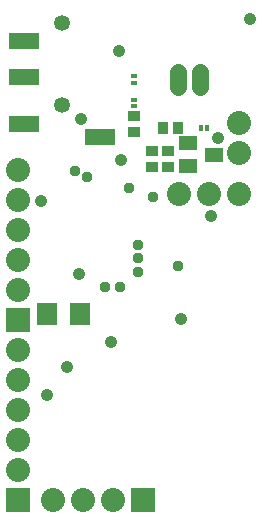
<source format=gbs>
G75*
%MOIN*%
%OFA0B0*%
%FSLAX24Y24*%
%IPPOS*%
%LPD*%
%AMOC8*
5,1,8,0,0,1.08239X$1,22.5*
%
%ADD10R,0.0336X0.0414*%
%ADD11R,0.0414X0.0336*%
%ADD12C,0.0572*%
%ADD13R,0.0229X0.0170*%
%ADD14R,0.0170X0.0229*%
%ADD15R,0.0611X0.0454*%
%ADD16C,0.0800*%
%ADD17R,0.0800X0.0800*%
%ADD18R,0.0690X0.0769*%
%ADD19R,0.1044X0.0532*%
%ADD20C,0.0532*%
%ADD21C,0.0370*%
%ADD22C,0.0417*%
D10*
X007796Y015193D03*
X008308Y015193D03*
D11*
X007982Y014399D03*
X007982Y013887D03*
X007432Y013887D03*
X007432Y014399D03*
X006852Y015057D03*
X006852Y015569D03*
D12*
X008308Y016557D02*
X008308Y017029D01*
X009056Y017029D02*
X009056Y016557D01*
D13*
X006832Y016693D03*
X006832Y016894D03*
X006852Y016104D03*
X006852Y015903D03*
D14*
X009082Y015193D03*
X009282Y015193D03*
D15*
X009515Y014293D03*
X008649Y013919D03*
X008649Y014667D03*
D16*
X008332Y012993D03*
X009332Y012993D03*
X010332Y012993D03*
X010332Y014343D03*
X010332Y015343D03*
X002982Y013793D03*
X002982Y012793D03*
X002982Y011793D03*
X002982Y010793D03*
X002982Y009793D03*
X002982Y007793D03*
X002982Y006793D03*
X002982Y005793D03*
X002982Y004793D03*
X002982Y003793D03*
X004132Y002793D03*
X005132Y002793D03*
X006132Y002793D03*
D17*
X002982Y002793D03*
X002982Y008793D03*
X007132Y002793D03*
D18*
X005053Y008963D03*
X003951Y008963D03*
D19*
X005722Y014874D03*
X003163Y015308D03*
X003163Y016882D03*
X003163Y018063D03*
D20*
X004442Y018693D03*
X004442Y015937D03*
D21*
X004882Y013743D03*
X005282Y013543D03*
X006682Y013193D03*
X007482Y012893D03*
X006982Y011293D03*
X006982Y010843D03*
X006982Y010393D03*
X006382Y009893D03*
X005882Y009893D03*
X008302Y010573D03*
D22*
X008392Y008813D03*
X009422Y012233D03*
X009632Y014843D03*
X010712Y018813D03*
X006422Y014123D03*
X005062Y015483D03*
X006342Y017743D03*
X003752Y012753D03*
X005022Y010313D03*
X006082Y008043D03*
X004602Y007213D03*
X003952Y006283D03*
M02*

</source>
